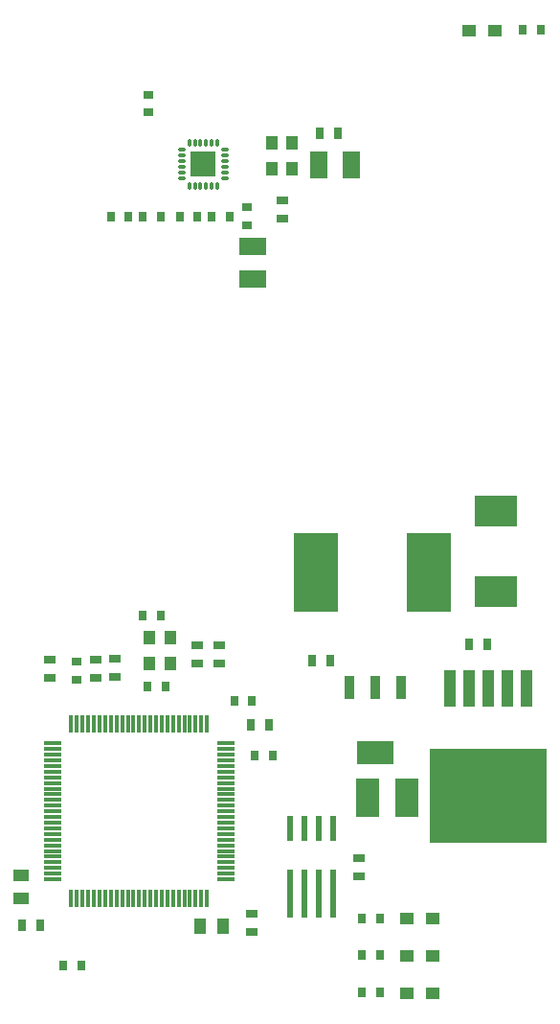
<source format=gtp>
G04*
G04 #@! TF.GenerationSoftware,Altium Limited,Altium Designer,20.0.13 (296)*
G04*
G04 Layer_Color=8421504*
%FSLAX44Y44*%
%MOMM*%
G71*
G01*
G75*
%ADD22R,0.7000X0.9000*%
%ADD23R,0.6000X2.2000*%
%ADD24R,0.6000X4.2000*%
%ADD25R,1.0500X3.2000*%
%ADD26R,10.4500X8.3000*%
%ADD27R,0.8000X1.0000*%
%ADD28R,3.2500X2.1500*%
%ADD29R,0.9500X2.1500*%
%ADD30R,3.8100X2.7940*%
%ADD31R,1.0000X0.8000*%
%ADD32R,1.1000X1.3000*%
%ADD33R,1.2500X1.1000*%
%ADD34R,0.9000X0.7000*%
G04:AMPARAMS|DCode=35|XSize=1.56mm|YSize=0.28mm|CornerRadius=0.035mm|HoleSize=0mm|Usage=FLASHONLY|Rotation=270.000|XOffset=0mm|YOffset=0mm|HoleType=Round|Shape=RoundedRectangle|*
%AMROUNDEDRECTD35*
21,1,1.5600,0.2100,0,0,270.0*
21,1,1.4900,0.2800,0,0,270.0*
1,1,0.0700,-0.1050,-0.7450*
1,1,0.0700,-0.1050,0.7450*
1,1,0.0700,0.1050,0.7450*
1,1,0.0700,0.1050,-0.7450*
%
%ADD35ROUNDEDRECTD35*%
G04:AMPARAMS|DCode=36|XSize=1.56mm|YSize=0.28mm|CornerRadius=0.035mm|HoleSize=0mm|Usage=FLASHONLY|Rotation=0.000|XOffset=0mm|YOffset=0mm|HoleType=Round|Shape=RoundedRectangle|*
%AMROUNDEDRECTD36*
21,1,1.5600,0.2100,0,0,0.0*
21,1,1.4900,0.2800,0,0,0.0*
1,1,0.0700,0.7450,-0.1050*
1,1,0.0700,-0.7450,-0.1050*
1,1,0.0700,-0.7450,0.1050*
1,1,0.0700,0.7450,0.1050*
%
%ADD36ROUNDEDRECTD36*%
%ADD37R,1.0000X1.4000*%
G04:AMPARAMS|DCode=38|XSize=0.28mm|YSize=0.69mm|CornerRadius=0.07mm|HoleSize=0mm|Usage=FLASHONLY|Rotation=180.000|XOffset=0mm|YOffset=0mm|HoleType=Round|Shape=RoundedRectangle|*
%AMROUNDEDRECTD38*
21,1,0.2800,0.5500,0,0,180.0*
21,1,0.1400,0.6900,0,0,180.0*
1,1,0.1400,-0.0700,0.2750*
1,1,0.1400,0.0700,0.2750*
1,1,0.1400,0.0700,-0.2750*
1,1,0.1400,-0.0700,-0.2750*
%
%ADD38ROUNDEDRECTD38*%
G04:AMPARAMS|DCode=39|XSize=0.28mm|YSize=0.69mm|CornerRadius=0.07mm|HoleSize=0mm|Usage=FLASHONLY|Rotation=270.000|XOffset=0mm|YOffset=0mm|HoleType=Round|Shape=RoundedRectangle|*
%AMROUNDEDRECTD39*
21,1,0.2800,0.5500,0,0,270.0*
21,1,0.1400,0.6900,0,0,270.0*
1,1,0.1400,-0.2750,-0.0700*
1,1,0.1400,-0.2750,0.0700*
1,1,0.1400,0.2750,0.0700*
1,1,0.1400,0.2750,-0.0700*
%
%ADD39ROUNDEDRECTD39*%
%ADD40R,2.2860X2.2860*%
%ADD41R,1.5000X2.4000*%
%ADD42R,2.4000X1.5000*%
%ADD43R,2.1500X3.5000*%
%ADD44R,4.0000X7.0000*%
%ADD45R,1.4000X1.0000*%
D22*
X228000Y342250D02*
D03*
X212000D02*
D03*
X246000Y293750D02*
D03*
X230000D02*
D03*
X324750Y149498D02*
D03*
X340750D02*
D03*
X324750Y117747D02*
D03*
X340750D02*
D03*
X324750Y84498D02*
D03*
X340750D02*
D03*
X151500Y355000D02*
D03*
X135500D02*
D03*
X147444Y417250D02*
D03*
X131444D02*
D03*
X467250Y934750D02*
D03*
X483250D02*
D03*
X76750Y108000D02*
D03*
X60750D02*
D03*
X163750Y769500D02*
D03*
X179750D02*
D03*
X147000D02*
D03*
X131000D02*
D03*
X102750D02*
D03*
X118750D02*
D03*
X208000D02*
D03*
X192000D02*
D03*
D23*
X299550Y229500D02*
D03*
X286850D02*
D03*
X274150D02*
D03*
X261450D02*
D03*
D24*
X299550Y171500D02*
D03*
X286850D02*
D03*
X274150D02*
D03*
X261450D02*
D03*
D25*
X470500Y352750D02*
D03*
X453500D02*
D03*
X436500D02*
D03*
X419500D02*
D03*
X402500D02*
D03*
D26*
X436500Y258250D02*
D03*
D27*
X296750Y377750D02*
D03*
X280750D02*
D03*
X227000Y320750D02*
D03*
X243000D02*
D03*
X40750Y143500D02*
D03*
X24750D02*
D03*
X304000Y843250D02*
D03*
X288000D02*
D03*
X436000Y391750D02*
D03*
X420000D02*
D03*
D28*
X336750Y296000D02*
D03*
D29*
X313750Y354000D02*
D03*
X336750D02*
D03*
X359750D02*
D03*
D30*
X443500Y438315D02*
D03*
Y509685D02*
D03*
D31*
X199250Y391000D02*
D03*
Y375000D02*
D03*
X179000Y391250D02*
D03*
Y375250D02*
D03*
X322250Y187250D02*
D03*
Y203250D02*
D03*
X227500Y154250D02*
D03*
Y138250D02*
D03*
X48750Y362500D02*
D03*
Y378500D02*
D03*
X106500Y379000D02*
D03*
Y363000D02*
D03*
X89500Y378750D02*
D03*
Y362750D02*
D03*
X254750Y784250D02*
D03*
Y768250D02*
D03*
D32*
X155250Y398000D02*
D03*
Y375000D02*
D03*
X137250D02*
D03*
Y398000D02*
D03*
X263000Y834750D02*
D03*
Y811750D02*
D03*
X245000D02*
D03*
Y834750D02*
D03*
D33*
X364500Y83750D02*
D03*
X387500D02*
D03*
X364500Y117000D02*
D03*
X387500D02*
D03*
X364500Y150250D02*
D03*
X387500D02*
D03*
X419500Y934250D02*
D03*
X442500D02*
D03*
D34*
X73000Y361000D02*
D03*
Y377000D02*
D03*
X136000Y877500D02*
D03*
Y861500D02*
D03*
X223250Y778250D02*
D03*
Y762250D02*
D03*
D35*
X188000Y167700D02*
D03*
X183000D02*
D03*
X178000D02*
D03*
X173000D02*
D03*
X168000D02*
D03*
X163000D02*
D03*
X158000D02*
D03*
X153000D02*
D03*
X148000D02*
D03*
X143000D02*
D03*
X138000D02*
D03*
X133000D02*
D03*
X128000D02*
D03*
X123000D02*
D03*
X118000D02*
D03*
X113000D02*
D03*
X108000D02*
D03*
X103000D02*
D03*
X98000D02*
D03*
X93000D02*
D03*
X88000D02*
D03*
X83000D02*
D03*
X78000D02*
D03*
X73000D02*
D03*
X68000D02*
D03*
Y321300D02*
D03*
X73000D02*
D03*
X78000D02*
D03*
X83000D02*
D03*
X88000D02*
D03*
X93000D02*
D03*
X98000D02*
D03*
X103000D02*
D03*
X108000D02*
D03*
X113000D02*
D03*
X118000D02*
D03*
X123000D02*
D03*
X128000D02*
D03*
X133000D02*
D03*
X138000D02*
D03*
X143000D02*
D03*
X148000D02*
D03*
X153000D02*
D03*
X158000D02*
D03*
X163000D02*
D03*
X168000D02*
D03*
X173000D02*
D03*
X178000D02*
D03*
X183000D02*
D03*
X188000D02*
D03*
D36*
X204800Y304500D02*
D03*
Y299500D02*
D03*
Y294500D02*
D03*
Y289500D02*
D03*
Y284500D02*
D03*
Y279500D02*
D03*
Y274500D02*
D03*
Y269500D02*
D03*
Y264500D02*
D03*
Y259500D02*
D03*
Y254500D02*
D03*
Y249500D02*
D03*
Y244500D02*
D03*
Y239500D02*
D03*
Y234500D02*
D03*
Y229500D02*
D03*
Y224500D02*
D03*
Y219500D02*
D03*
Y214500D02*
D03*
Y209500D02*
D03*
Y204500D02*
D03*
Y199500D02*
D03*
Y194500D02*
D03*
Y189500D02*
D03*
Y184500D02*
D03*
X51200D02*
D03*
Y189500D02*
D03*
Y194500D02*
D03*
Y199500D02*
D03*
Y204500D02*
D03*
Y209500D02*
D03*
Y214500D02*
D03*
Y219500D02*
D03*
Y224500D02*
D03*
Y229500D02*
D03*
Y234500D02*
D03*
Y239500D02*
D03*
Y244500D02*
D03*
Y249500D02*
D03*
Y254500D02*
D03*
Y259500D02*
D03*
Y264500D02*
D03*
Y269500D02*
D03*
Y274500D02*
D03*
Y279500D02*
D03*
Y284500D02*
D03*
Y289500D02*
D03*
Y294500D02*
D03*
Y299500D02*
D03*
Y304500D02*
D03*
D37*
X202250Y143000D02*
D03*
X182250D02*
D03*
D38*
X172250Y797000D02*
D03*
X177250D02*
D03*
X197250D02*
D03*
X192250D02*
D03*
X182250D02*
D03*
X187250D02*
D03*
Y834900D02*
D03*
X182250D02*
D03*
X192250D02*
D03*
X197250D02*
D03*
X177250D02*
D03*
X172250D02*
D03*
D39*
X165800Y803450D02*
D03*
Y808450D02*
D03*
Y828450D02*
D03*
Y823450D02*
D03*
Y813450D02*
D03*
Y818450D02*
D03*
X203700Y803450D02*
D03*
Y808450D02*
D03*
Y828450D02*
D03*
Y823450D02*
D03*
Y813450D02*
D03*
Y818450D02*
D03*
D40*
X184750Y815950D02*
D03*
D41*
X315750Y815000D02*
D03*
X286750D02*
D03*
D42*
X228500Y714500D02*
D03*
Y743500D02*
D03*
D43*
X365000Y256750D02*
D03*
X330000D02*
D03*
D44*
X284000Y455750D02*
D03*
X384000D02*
D03*
D45*
X23750Y167750D02*
D03*
Y187750D02*
D03*
M02*

</source>
